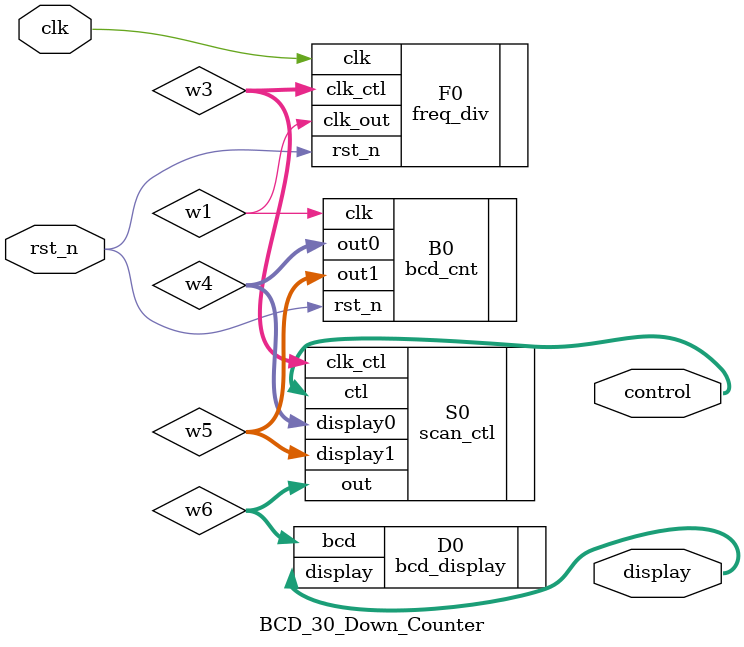
<source format=v>
`timescale 1ns / 1ps
module BCD_30_Down_Counter(
	control,
	display,
	clk,
	rst_n
    );
	 
output [3:0] control;
output [14:0] display;
input clk, rst_n;
wire w1, w2;
wire [1:0] w3;
wire [3:0] w4, w5, w6;

freq_div F0(.clk_out(w1),.clk_ctl(w3),.clk(clk),.rst_n(rst_n));
bcd_cnt B0(.out0(w4),.out1(w5),.clk(w1),.rst_n(rst_n));
scan_ctl S0(.display0(w4),.display1(w5),.clk_ctl(w3),.ctl(control),.out(w6));
bcd_display D0(.display(display),.bcd(w6));

endmodule

</source>
